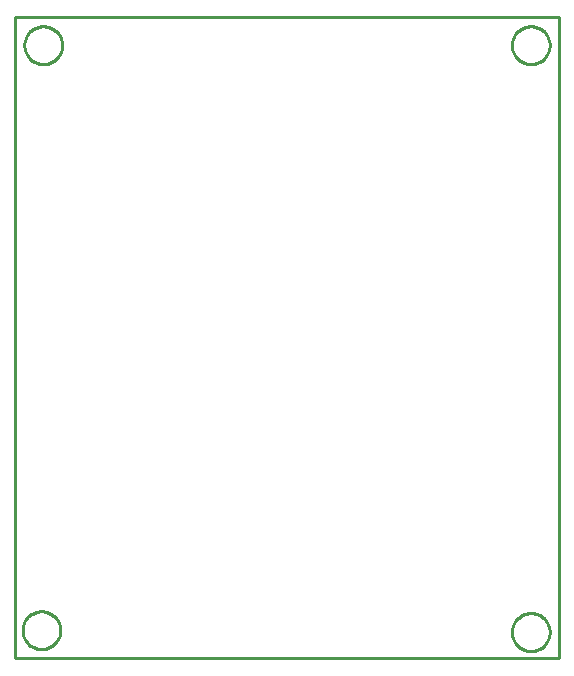
<source format=gbr>
G04 EAGLE Gerber X2 export*
%TF.Part,Single*%
%TF.FileFunction,Profile,NP*%
%TF.FilePolarity,Positive*%
%TF.GenerationSoftware,Autodesk,EAGLE,8.7.1*%
%TF.CreationDate,2019-02-08T14:13:12Z*%
G75*
%MOMM*%
%FSLAX34Y34*%
%LPD*%
%AMOC8*
5,1,8,0,0,1.08239X$1,22.5*%
G01*
%ADD10C,0.254000*%


D10*
X0Y0D02*
X460250Y0D01*
X460250Y542825D01*
X0Y542825D01*
X0Y0D01*
X38225Y23289D02*
X38157Y22243D01*
X38020Y21205D01*
X37815Y20177D01*
X37544Y19165D01*
X37208Y18173D01*
X36807Y17206D01*
X36343Y16266D01*
X35820Y15359D01*
X35238Y14488D01*
X34600Y13657D01*
X33909Y12869D01*
X33168Y12128D01*
X32381Y11438D01*
X31550Y10800D01*
X30679Y10218D01*
X29771Y9694D01*
X28832Y9231D01*
X27864Y8830D01*
X26872Y8493D01*
X25860Y8222D01*
X24833Y8018D01*
X23794Y7881D01*
X22749Y7813D01*
X21701Y7813D01*
X20656Y7881D01*
X19617Y8018D01*
X18590Y8222D01*
X17578Y8493D01*
X16586Y8830D01*
X15618Y9231D01*
X14679Y9694D01*
X13771Y10218D01*
X12900Y10800D01*
X12069Y11438D01*
X11282Y12128D01*
X10541Y12869D01*
X9850Y13657D01*
X9213Y14488D01*
X8631Y15359D01*
X8107Y16266D01*
X7643Y17206D01*
X7242Y18173D01*
X6906Y19165D01*
X6635Y20177D01*
X6430Y21205D01*
X6294Y22243D01*
X6225Y23289D01*
X6225Y24336D01*
X6294Y25382D01*
X6430Y26420D01*
X6635Y27448D01*
X6906Y28460D01*
X7242Y29452D01*
X7643Y30419D01*
X8107Y31359D01*
X8631Y32266D01*
X9213Y33137D01*
X9850Y33968D01*
X10541Y34756D01*
X11282Y35497D01*
X12069Y36187D01*
X12900Y36825D01*
X13771Y37407D01*
X14679Y37931D01*
X15618Y38394D01*
X16586Y38795D01*
X17578Y39132D01*
X18590Y39403D01*
X19617Y39607D01*
X20656Y39744D01*
X21701Y39813D01*
X22749Y39813D01*
X23794Y39744D01*
X24833Y39607D01*
X25860Y39403D01*
X26872Y39132D01*
X27864Y38795D01*
X28832Y38394D01*
X29771Y37931D01*
X30679Y37407D01*
X31550Y36825D01*
X32381Y36187D01*
X33168Y35497D01*
X33909Y34756D01*
X34600Y33968D01*
X35238Y33137D01*
X35820Y32266D01*
X36343Y31359D01*
X36807Y30419D01*
X37208Y29452D01*
X37544Y28460D01*
X37815Y27448D01*
X38020Y26420D01*
X38157Y25382D01*
X38225Y24336D01*
X38225Y23289D01*
X452563Y21701D02*
X452494Y20656D01*
X452357Y19617D01*
X452153Y18590D01*
X451882Y17578D01*
X451545Y16586D01*
X451144Y15618D01*
X450681Y14679D01*
X450157Y13771D01*
X449575Y12900D01*
X448937Y12069D01*
X448247Y11282D01*
X447506Y10541D01*
X446718Y9850D01*
X445887Y9213D01*
X445016Y8631D01*
X444109Y8107D01*
X443169Y7643D01*
X442202Y7242D01*
X441210Y6906D01*
X440198Y6635D01*
X439170Y6430D01*
X438132Y6294D01*
X437086Y6225D01*
X436039Y6225D01*
X434993Y6294D01*
X433955Y6430D01*
X432927Y6635D01*
X431915Y6906D01*
X430923Y7242D01*
X429956Y7643D01*
X429016Y8107D01*
X428109Y8631D01*
X427238Y9213D01*
X426407Y9850D01*
X425619Y10541D01*
X424878Y11282D01*
X424188Y12069D01*
X423550Y12900D01*
X422968Y13771D01*
X422444Y14679D01*
X421981Y15618D01*
X421580Y16586D01*
X421243Y17578D01*
X420972Y18590D01*
X420768Y19617D01*
X420631Y20656D01*
X420563Y21701D01*
X420563Y22749D01*
X420631Y23794D01*
X420768Y24833D01*
X420972Y25860D01*
X421243Y26872D01*
X421580Y27864D01*
X421981Y28832D01*
X422444Y29771D01*
X422968Y30679D01*
X423550Y31550D01*
X424188Y32381D01*
X424878Y33168D01*
X425619Y33909D01*
X426407Y34600D01*
X427238Y35238D01*
X428109Y35820D01*
X429016Y36343D01*
X429956Y36807D01*
X430923Y37208D01*
X431915Y37544D01*
X432927Y37815D01*
X433955Y38020D01*
X434993Y38157D01*
X436039Y38225D01*
X437086Y38225D01*
X438132Y38157D01*
X439170Y38020D01*
X440198Y37815D01*
X441210Y37544D01*
X442202Y37208D01*
X443169Y36807D01*
X444109Y36343D01*
X445016Y35820D01*
X445887Y35238D01*
X446718Y34600D01*
X447506Y33909D01*
X448247Y33168D01*
X448937Y32381D01*
X449575Y31550D01*
X450157Y30679D01*
X450681Y29771D01*
X451144Y28832D01*
X451545Y27864D01*
X451882Y26872D01*
X452153Y25860D01*
X452357Y24833D01*
X452494Y23794D01*
X452563Y22749D01*
X452563Y21701D01*
X39813Y518589D02*
X39744Y517543D01*
X39607Y516505D01*
X39403Y515477D01*
X39132Y514465D01*
X38795Y513473D01*
X38394Y512506D01*
X37931Y511566D01*
X37407Y510659D01*
X36825Y509788D01*
X36187Y508957D01*
X35497Y508169D01*
X34756Y507428D01*
X33968Y506738D01*
X33137Y506100D01*
X32266Y505518D01*
X31359Y504994D01*
X30419Y504531D01*
X29452Y504130D01*
X28460Y503793D01*
X27448Y503522D01*
X26420Y503318D01*
X25382Y503181D01*
X24336Y503113D01*
X23289Y503113D01*
X22243Y503181D01*
X21205Y503318D01*
X20177Y503522D01*
X19165Y503793D01*
X18173Y504130D01*
X17206Y504531D01*
X16266Y504994D01*
X15359Y505518D01*
X14488Y506100D01*
X13657Y506738D01*
X12869Y507428D01*
X12128Y508169D01*
X11438Y508957D01*
X10800Y509788D01*
X10218Y510659D01*
X9694Y511566D01*
X9231Y512506D01*
X8830Y513473D01*
X8493Y514465D01*
X8222Y515477D01*
X8018Y516505D01*
X7881Y517543D01*
X7813Y518589D01*
X7813Y519636D01*
X7881Y520682D01*
X8018Y521720D01*
X8222Y522748D01*
X8493Y523760D01*
X8830Y524752D01*
X9231Y525719D01*
X9694Y526659D01*
X10218Y527566D01*
X10800Y528437D01*
X11438Y529268D01*
X12128Y530056D01*
X12869Y530797D01*
X13657Y531487D01*
X14488Y532125D01*
X15359Y532707D01*
X16266Y533231D01*
X17206Y533694D01*
X18173Y534095D01*
X19165Y534432D01*
X20177Y534703D01*
X21205Y534907D01*
X22243Y535044D01*
X23289Y535113D01*
X24336Y535113D01*
X25382Y535044D01*
X26420Y534907D01*
X27448Y534703D01*
X28460Y534432D01*
X29452Y534095D01*
X30419Y533694D01*
X31359Y533231D01*
X32266Y532707D01*
X33137Y532125D01*
X33968Y531487D01*
X34756Y530797D01*
X35497Y530056D01*
X36187Y529268D01*
X36825Y528437D01*
X37407Y527566D01*
X37931Y526659D01*
X38394Y525719D01*
X38795Y524752D01*
X39132Y523760D01*
X39403Y522748D01*
X39607Y521720D01*
X39744Y520682D01*
X39813Y519636D01*
X39813Y518589D01*
X452563Y518589D02*
X452494Y517543D01*
X452357Y516505D01*
X452153Y515477D01*
X451882Y514465D01*
X451545Y513473D01*
X451144Y512506D01*
X450681Y511566D01*
X450157Y510659D01*
X449575Y509788D01*
X448937Y508957D01*
X448247Y508169D01*
X447506Y507428D01*
X446718Y506738D01*
X445887Y506100D01*
X445016Y505518D01*
X444109Y504994D01*
X443169Y504531D01*
X442202Y504130D01*
X441210Y503793D01*
X440198Y503522D01*
X439170Y503318D01*
X438132Y503181D01*
X437086Y503113D01*
X436039Y503113D01*
X434993Y503181D01*
X433955Y503318D01*
X432927Y503522D01*
X431915Y503793D01*
X430923Y504130D01*
X429956Y504531D01*
X429016Y504994D01*
X428109Y505518D01*
X427238Y506100D01*
X426407Y506738D01*
X425619Y507428D01*
X424878Y508169D01*
X424188Y508957D01*
X423550Y509788D01*
X422968Y510659D01*
X422444Y511566D01*
X421981Y512506D01*
X421580Y513473D01*
X421243Y514465D01*
X420972Y515477D01*
X420768Y516505D01*
X420631Y517543D01*
X420563Y518589D01*
X420563Y519636D01*
X420631Y520682D01*
X420768Y521720D01*
X420972Y522748D01*
X421243Y523760D01*
X421580Y524752D01*
X421981Y525719D01*
X422444Y526659D01*
X422968Y527566D01*
X423550Y528437D01*
X424188Y529268D01*
X424878Y530056D01*
X425619Y530797D01*
X426407Y531487D01*
X427238Y532125D01*
X428109Y532707D01*
X429016Y533231D01*
X429956Y533694D01*
X430923Y534095D01*
X431915Y534432D01*
X432927Y534703D01*
X433955Y534907D01*
X434993Y535044D01*
X436039Y535113D01*
X437086Y535113D01*
X438132Y535044D01*
X439170Y534907D01*
X440198Y534703D01*
X441210Y534432D01*
X442202Y534095D01*
X443169Y533694D01*
X444109Y533231D01*
X445016Y532707D01*
X445887Y532125D01*
X446718Y531487D01*
X447506Y530797D01*
X448247Y530056D01*
X448937Y529268D01*
X449575Y528437D01*
X450157Y527566D01*
X450681Y526659D01*
X451144Y525719D01*
X451545Y524752D01*
X451882Y523760D01*
X452153Y522748D01*
X452357Y521720D01*
X452494Y520682D01*
X452563Y519636D01*
X452563Y518589D01*
X38225Y23289D02*
X38157Y22243D01*
X38020Y21205D01*
X37815Y20177D01*
X37544Y19165D01*
X37208Y18173D01*
X36807Y17206D01*
X36343Y16266D01*
X35820Y15359D01*
X35238Y14488D01*
X34600Y13657D01*
X33909Y12869D01*
X33168Y12128D01*
X32381Y11438D01*
X31550Y10800D01*
X30679Y10218D01*
X29771Y9694D01*
X28832Y9231D01*
X27864Y8830D01*
X26872Y8493D01*
X25860Y8222D01*
X24833Y8018D01*
X23794Y7881D01*
X22749Y7813D01*
X21701Y7813D01*
X20656Y7881D01*
X19617Y8018D01*
X18590Y8222D01*
X17578Y8493D01*
X16586Y8830D01*
X15618Y9231D01*
X14679Y9694D01*
X13771Y10218D01*
X12900Y10800D01*
X12069Y11438D01*
X11282Y12128D01*
X10541Y12869D01*
X9850Y13657D01*
X9213Y14488D01*
X8631Y15359D01*
X8107Y16266D01*
X7643Y17206D01*
X7242Y18173D01*
X6906Y19165D01*
X6635Y20177D01*
X6430Y21205D01*
X6294Y22243D01*
X6225Y23289D01*
X6225Y24336D01*
X6294Y25382D01*
X6430Y26420D01*
X6635Y27448D01*
X6906Y28460D01*
X7242Y29452D01*
X7643Y30419D01*
X8107Y31359D01*
X8631Y32266D01*
X9213Y33137D01*
X9850Y33968D01*
X10541Y34756D01*
X11282Y35497D01*
X12069Y36187D01*
X12900Y36825D01*
X13771Y37407D01*
X14679Y37931D01*
X15618Y38394D01*
X16586Y38795D01*
X17578Y39132D01*
X18590Y39403D01*
X19617Y39607D01*
X20656Y39744D01*
X21701Y39813D01*
X22749Y39813D01*
X23794Y39744D01*
X24833Y39607D01*
X25860Y39403D01*
X26872Y39132D01*
X27864Y38795D01*
X28832Y38394D01*
X29771Y37931D01*
X30679Y37407D01*
X31550Y36825D01*
X32381Y36187D01*
X33168Y35497D01*
X33909Y34756D01*
X34600Y33968D01*
X35238Y33137D01*
X35820Y32266D01*
X36343Y31359D01*
X36807Y30419D01*
X37208Y29452D01*
X37544Y28460D01*
X37815Y27448D01*
X38020Y26420D01*
X38157Y25382D01*
X38225Y24336D01*
X38225Y23289D01*
X452563Y21701D02*
X452494Y20656D01*
X452357Y19617D01*
X452153Y18590D01*
X451882Y17578D01*
X451545Y16586D01*
X451144Y15618D01*
X450681Y14679D01*
X450157Y13771D01*
X449575Y12900D01*
X448937Y12069D01*
X448247Y11282D01*
X447506Y10541D01*
X446718Y9850D01*
X445887Y9213D01*
X445016Y8631D01*
X444109Y8107D01*
X443169Y7643D01*
X442202Y7242D01*
X441210Y6906D01*
X440198Y6635D01*
X439170Y6430D01*
X438132Y6294D01*
X437086Y6225D01*
X436039Y6225D01*
X434993Y6294D01*
X433955Y6430D01*
X432927Y6635D01*
X431915Y6906D01*
X430923Y7242D01*
X429956Y7643D01*
X429016Y8107D01*
X428109Y8631D01*
X427238Y9213D01*
X426407Y9850D01*
X425619Y10541D01*
X424878Y11282D01*
X424188Y12069D01*
X423550Y12900D01*
X422968Y13771D01*
X422444Y14679D01*
X421981Y15618D01*
X421580Y16586D01*
X421243Y17578D01*
X420972Y18590D01*
X420768Y19617D01*
X420631Y20656D01*
X420563Y21701D01*
X420563Y22749D01*
X420631Y23794D01*
X420768Y24833D01*
X420972Y25860D01*
X421243Y26872D01*
X421580Y27864D01*
X421981Y28832D01*
X422444Y29771D01*
X422968Y30679D01*
X423550Y31550D01*
X424188Y32381D01*
X424878Y33168D01*
X425619Y33909D01*
X426407Y34600D01*
X427238Y35238D01*
X428109Y35820D01*
X429016Y36343D01*
X429956Y36807D01*
X430923Y37208D01*
X431915Y37544D01*
X432927Y37815D01*
X433955Y38020D01*
X434993Y38157D01*
X436039Y38225D01*
X437086Y38225D01*
X438132Y38157D01*
X439170Y38020D01*
X440198Y37815D01*
X441210Y37544D01*
X442202Y37208D01*
X443169Y36807D01*
X444109Y36343D01*
X445016Y35820D01*
X445887Y35238D01*
X446718Y34600D01*
X447506Y33909D01*
X448247Y33168D01*
X448937Y32381D01*
X449575Y31550D01*
X450157Y30679D01*
X450681Y29771D01*
X451144Y28832D01*
X451545Y27864D01*
X451882Y26872D01*
X452153Y25860D01*
X452357Y24833D01*
X452494Y23794D01*
X452563Y22749D01*
X452563Y21701D01*
X39813Y518589D02*
X39744Y517543D01*
X39607Y516505D01*
X39403Y515477D01*
X39132Y514465D01*
X38795Y513473D01*
X38394Y512506D01*
X37931Y511566D01*
X37407Y510659D01*
X36825Y509788D01*
X36187Y508957D01*
X35497Y508169D01*
X34756Y507428D01*
X33968Y506738D01*
X33137Y506100D01*
X32266Y505518D01*
X31359Y504994D01*
X30419Y504531D01*
X29452Y504130D01*
X28460Y503793D01*
X27448Y503522D01*
X26420Y503318D01*
X25382Y503181D01*
X24336Y503113D01*
X23289Y503113D01*
X22243Y503181D01*
X21205Y503318D01*
X20177Y503522D01*
X19165Y503793D01*
X18173Y504130D01*
X17206Y504531D01*
X16266Y504994D01*
X15359Y505518D01*
X14488Y506100D01*
X13657Y506738D01*
X12869Y507428D01*
X12128Y508169D01*
X11438Y508957D01*
X10800Y509788D01*
X10218Y510659D01*
X9694Y511566D01*
X9231Y512506D01*
X8830Y513473D01*
X8493Y514465D01*
X8222Y515477D01*
X8018Y516505D01*
X7881Y517543D01*
X7813Y518589D01*
X7813Y519636D01*
X7881Y520682D01*
X8018Y521720D01*
X8222Y522748D01*
X8493Y523760D01*
X8830Y524752D01*
X9231Y525719D01*
X9694Y526659D01*
X10218Y527566D01*
X10800Y528437D01*
X11438Y529268D01*
X12128Y530056D01*
X12869Y530797D01*
X13657Y531487D01*
X14488Y532125D01*
X15359Y532707D01*
X16266Y533231D01*
X17206Y533694D01*
X18173Y534095D01*
X19165Y534432D01*
X20177Y534703D01*
X21205Y534907D01*
X22243Y535044D01*
X23289Y535113D01*
X24336Y535113D01*
X25382Y535044D01*
X26420Y534907D01*
X27448Y534703D01*
X28460Y534432D01*
X29452Y534095D01*
X30419Y533694D01*
X31359Y533231D01*
X32266Y532707D01*
X33137Y532125D01*
X33968Y531487D01*
X34756Y530797D01*
X35497Y530056D01*
X36187Y529268D01*
X36825Y528437D01*
X37407Y527566D01*
X37931Y526659D01*
X38394Y525719D01*
X38795Y524752D01*
X39132Y523760D01*
X39403Y522748D01*
X39607Y521720D01*
X39744Y520682D01*
X39813Y519636D01*
X39813Y518589D01*
X452563Y518589D02*
X452494Y517543D01*
X452357Y516505D01*
X452153Y515477D01*
X451882Y514465D01*
X451545Y513473D01*
X451144Y512506D01*
X450681Y511566D01*
X450157Y510659D01*
X449575Y509788D01*
X448937Y508957D01*
X448247Y508169D01*
X447506Y507428D01*
X446718Y506738D01*
X445887Y506100D01*
X445016Y505518D01*
X444109Y504994D01*
X443169Y504531D01*
X442202Y504130D01*
X441210Y503793D01*
X440198Y503522D01*
X439170Y503318D01*
X438132Y503181D01*
X437086Y503113D01*
X436039Y503113D01*
X434993Y503181D01*
X433955Y503318D01*
X432927Y503522D01*
X431915Y503793D01*
X430923Y504130D01*
X429956Y504531D01*
X429016Y504994D01*
X428109Y505518D01*
X427238Y506100D01*
X426407Y506738D01*
X425619Y507428D01*
X424878Y508169D01*
X424188Y508957D01*
X423550Y509788D01*
X422968Y510659D01*
X422444Y511566D01*
X421981Y512506D01*
X421580Y513473D01*
X421243Y514465D01*
X420972Y515477D01*
X420768Y516505D01*
X420631Y517543D01*
X420563Y518589D01*
X420563Y519636D01*
X420631Y520682D01*
X420768Y521720D01*
X420972Y522748D01*
X421243Y523760D01*
X421580Y524752D01*
X421981Y525719D01*
X422444Y526659D01*
X422968Y527566D01*
X423550Y528437D01*
X424188Y529268D01*
X424878Y530056D01*
X425619Y530797D01*
X426407Y531487D01*
X427238Y532125D01*
X428109Y532707D01*
X429016Y533231D01*
X429956Y533694D01*
X430923Y534095D01*
X431915Y534432D01*
X432927Y534703D01*
X433955Y534907D01*
X434993Y535044D01*
X436039Y535113D01*
X437086Y535113D01*
X438132Y535044D01*
X439170Y534907D01*
X440198Y534703D01*
X441210Y534432D01*
X442202Y534095D01*
X443169Y533694D01*
X444109Y533231D01*
X445016Y532707D01*
X445887Y532125D01*
X446718Y531487D01*
X447506Y530797D01*
X448247Y530056D01*
X448937Y529268D01*
X449575Y528437D01*
X450157Y527566D01*
X450681Y526659D01*
X451144Y525719D01*
X451545Y524752D01*
X451882Y523760D01*
X452153Y522748D01*
X452357Y521720D01*
X452494Y520682D01*
X452563Y519636D01*
X452563Y518589D01*
M02*

</source>
